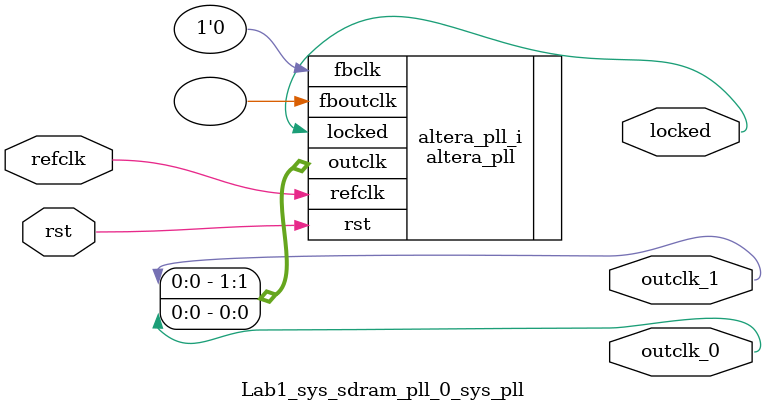
<source format=v>
`timescale 1ns/10ps
module  Lab1_sys_sdram_pll_0_sys_pll(

	// interface 'refclk'
	input wire refclk,

	// interface 'reset'
	input wire rst,

	// interface 'outclk0'
	output wire outclk_0,

	// interface 'outclk1'
	output wire outclk_1,

	// interface 'locked'
	output wire locked
);

	altera_pll #(
		.fractional_vco_multiplier("false"),
		.reference_clock_frequency("50.0 MHz"),
		.operation_mode("direct"),
		.number_of_clocks(2),
		.output_clock_frequency0("50.000000 MHz"),
		.phase_shift0("0 ps"),
		.duty_cycle0(50),
		.output_clock_frequency1("50.000000 MHz"),
		.phase_shift1("-3000 ps"),
		.duty_cycle1(50),
		.output_clock_frequency2("0 MHz"),
		.phase_shift2("0 ps"),
		.duty_cycle2(50),
		.output_clock_frequency3("0 MHz"),
		.phase_shift3("0 ps"),
		.duty_cycle3(50),
		.output_clock_frequency4("0 MHz"),
		.phase_shift4("0 ps"),
		.duty_cycle4(50),
		.output_clock_frequency5("0 MHz"),
		.phase_shift5("0 ps"),
		.duty_cycle5(50),
		.output_clock_frequency6("0 MHz"),
		.phase_shift6("0 ps"),
		.duty_cycle6(50),
		.output_clock_frequency7("0 MHz"),
		.phase_shift7("0 ps"),
		.duty_cycle7(50),
		.output_clock_frequency8("0 MHz"),
		.phase_shift8("0 ps"),
		.duty_cycle8(50),
		.output_clock_frequency9("0 MHz"),
		.phase_shift9("0 ps"),
		.duty_cycle9(50),
		.output_clock_frequency10("0 MHz"),
		.phase_shift10("0 ps"),
		.duty_cycle10(50),
		.output_clock_frequency11("0 MHz"),
		.phase_shift11("0 ps"),
		.duty_cycle11(50),
		.output_clock_frequency12("0 MHz"),
		.phase_shift12("0 ps"),
		.duty_cycle12(50),
		.output_clock_frequency13("0 MHz"),
		.phase_shift13("0 ps"),
		.duty_cycle13(50),
		.output_clock_frequency14("0 MHz"),
		.phase_shift14("0 ps"),
		.duty_cycle14(50),
		.output_clock_frequency15("0 MHz"),
		.phase_shift15("0 ps"),
		.duty_cycle15(50),
		.output_clock_frequency16("0 MHz"),
		.phase_shift16("0 ps"),
		.duty_cycle16(50),
		.output_clock_frequency17("0 MHz"),
		.phase_shift17("0 ps"),
		.duty_cycle17(50),
		.pll_type("General"),
		.pll_subtype("General")
	) altera_pll_i (
		.rst	(rst),
		.outclk	({outclk_1, outclk_0}),
		.locked	(locked),
		.fboutclk	( ),
		.fbclk	(1'b0),
		.refclk	(refclk)
	);
endmodule


</source>
